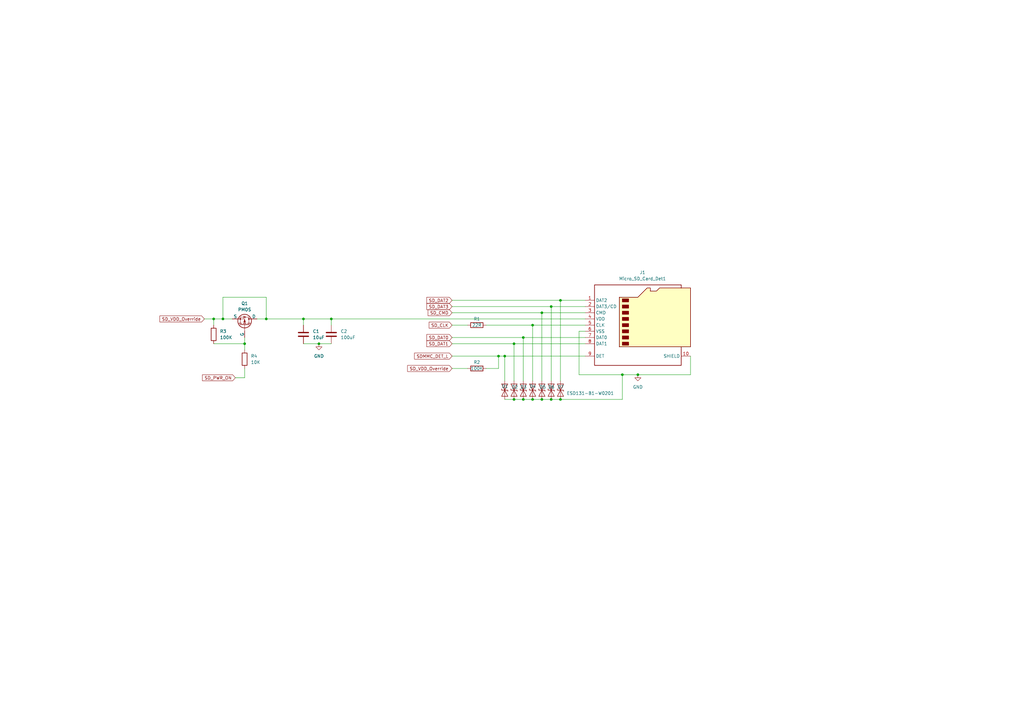
<source format=kicad_sch>
(kicad_sch (version 20250114) (generator "eeschema") (generator_version "9.0")
  (paper "A3")
  (lib_symbols
    (symbol "Connector:Micro_SD_Card_Det1"
      (property "Reference" "J" (at -16.51 17.78 0))
      (property "Value" "Micro_SD_Card_Det1" (at 16.51 17.78 0))
      (symbol "Micro_SD_Card_Det1_0_1"
        (polyline (pts (xy -8.89 -8.89) (xy -8.89 11.43) (xy -1.27 11.43) (xy 2.54 15.24) (xy 3.81 15.24) (xy 3.81 13.97) (xy 6.35 13.97) (xy 7.62 15.24) (xy 20.32 15.24) (xy 20.32 -8.89) (xy -8.89 -8.89)) (stroke (width 0.254)) (fill (type background)))
        (rectangle (start -7.62 10.795) (end -5.08 9.525) (stroke (width 0.254)) (fill (type outline)))
        (rectangle (start -7.62 8.255) (end -5.08 6.985) (stroke (width 0.254)) (fill (type outline)))
        (rectangle (start -7.62 5.715) (end -5.08 4.445) (stroke (width 0.254)) (fill (type outline)))
        (rectangle (start -7.62 3.175) (end -5.08 1.905) (stroke (width 0.254)) (fill (type outline)))
        (rectangle (start -7.62 0.635) (end -5.08 -0.635) (stroke (width 0.254)) (fill (type outline)))
        (rectangle (start -7.62 -1.905) (end -5.08 -3.175) (stroke (width 0.254)) (fill (type outline)))
        (rectangle (start -7.62 -4.445) (end -5.08 -5.715) (stroke (width 0.254)) (fill (type outline)))
        (rectangle (start -7.62 -6.985) (end -5.08 -8.255) (stroke (width 0.254)) (fill (type outline)))
        (polyline (pts (xy 16.51 15.24) (xy 16.51 16.51) (xy -19.05 16.51) (xy -19.05 -16.51) (xy 16.51 -16.51) (xy 16.51 -8.89)) (stroke (width 0.254)))
      )
      (symbol "Micro_SD_Card_Det1_1_1"
        (pin bidirectional line (at -22.86 10.16 0) (length 3.81) (name "DAT2") (number "1"))
        (pin bidirectional line (at -22.86 7.62 0) (length 3.81) (name "DAT3/CD") (number "2"))
        (pin input line (at -22.86 5.08 0) (length 3.81) (name "CMD") (number "3"))
        (pin power_in line (at -22.86 2.54 0) (length 3.81) (name "VDD") (number "4"))
        (pin input line (at -22.86 0 0) (length 3.81) (name "CLK") (number "5"))
        (pin power_in line (at -22.86 -2.54 0) (length 3.81) (name "VSS") (number "6"))
        (pin bidirectional line (at -22.86 -5.08 0) (length 3.81) (name "DAT0") (number "7"))
        (pin bidirectional line (at -22.86 -7.62 0) (length 3.81) (name "DAT1") (number "8"))
        (pin passive line (at -22.86 -12.7 0) (length 3.81) (name "DET") (number "9"))
        (pin passive line (at 20.32 -12.7 180) (length 3.81) (name "SHIELD") (number "10"))
      )
    )
    (symbol "Device:C" (pin_numbers (hide yes)) (pin_names (offset 0.254))
      (property "Reference" "C" (at 0.635 2.54 0))
      (property "Value" "C" (at 0.635 -2.54 0))
      (symbol "C_0_1"
        (polyline (pts (xy -2.032 0.762) (xy 2.032 0.762)) (stroke (width 0.508)))
        (polyline (pts (xy -2.032 -0.762) (xy 2.032 -0.762)) (stroke (width 0.508)))
      )
      (symbol "C_1_1"
        (pin passive line (at 0 3.81 270) (length 2.794) (name "~") (number "1"))
        (pin passive line (at 0 -3.81 90) (length 2.794) (name "~") (number "2"))
      )
    )
    (symbol "Device:R" (pin_numbers (hide yes)) (pin_names (offset 0))
      (property "Reference" "R" (at 2.032 0 90))
      (property "Value" "R" (at 0 0 90))
      (symbol "R_0_1"
        (rectangle (start -1.016 -2.54) (end 1.016 2.54) (stroke (width 0.254)))
      )
      (symbol "R_1_1"
        (pin passive line (at 0 3.81 270) (length 1.27) (name "~") (number "1"))
        (pin passive line (at 0 -3.81 90) (length 1.27) (name "~") (number "2"))
      )
    )
    (symbol "Diode:ESD131-B1-W0201" (pin_numbers (hide yes)) (pin_names (offset 1.016) (hide yes))
      (property "Reference" "D" (at 0 2.54 0))
      (property "Value" "ESD131-B1-W0201" (at 0 -2.54 0))
      (symbol "ESD131-B1-W0201_0_1"
        (polyline (pts (xy -2.54 -1.27) (xy 0 0) (xy -2.54 1.27) (xy -2.54 -1.27)) (stroke (width 0.2032)))
        (polyline (pts (xy 0.508 1.27) (xy 0 1.27) (xy 0 -1.27) (xy -0.508 -1.27)) (stroke (width 0.2032)))
        (polyline (pts (xy 1.27 0) (xy -1.27 0)))
        (polyline (pts (xy 2.54 1.27) (xy 2.54 -1.27) (xy 0 0) (xy 2.54 1.27)) (stroke (width 0.2032)))
      )
      (symbol "ESD131-B1-W0201_1_1"
        (pin passive line (at -3.81 0 0) (length 2.54) (name "A1") (number "1"))
        (pin passive line (at 3.81 0 180) (length 2.54) (name "A2") (number "2"))
      )
    )
    (symbol "Simulation_SPICE:PMOS" (pin_numbers (hide yes)) (pin_names (offset 0))
      (property "Reference" "Q" (at 5.08 1.27 0))
      (property "Value" "PMOS" (at 5.08 -1.27 0))
      (symbol "PMOS_0_1"
        (polyline (pts (xy 0.254 1.905) (xy 0.254 -1.905)) (stroke (width 0.254)))
        (polyline (pts (xy 0.254 0) (xy -2.54 0)))
        (polyline (pts (xy 0.762 2.286) (xy 0.762 1.27)) (stroke (width 0.254)))
        (polyline (pts (xy 0.762 1.778) (xy 3.302 1.778) (xy 3.302 -1.778) (xy 0.762 -1.778)))
        (polyline (pts (xy 0.762 0.508) (xy 0.762 -0.508)) (stroke (width 0.254)))
        (polyline (pts (xy 0.762 -1.27) (xy 0.762 -2.286)) (stroke (width 0.254)))
        (circle (center 1.651 0) (radius 2.794) (stroke (width 0.254)))
        (polyline (pts (xy 2.286 0) (xy 1.27 0.381) (xy 1.27 -0.381) (xy 2.286 0)) (fill (type outline)))
        (polyline (pts (xy 2.54 2.54) (xy 2.54 1.778)))
        (circle (center 2.54 1.778) (radius 0.254) (fill (type outline)))
        (circle (center 2.54 -1.778) (radius 0.254) (fill (type outline)))
        (polyline (pts (xy 2.54 -2.54) (xy 2.54 0) (xy 0.762 0)))
        (polyline (pts (xy 2.794 -0.508) (xy 2.921 -0.381) (xy 3.683 -0.381) (xy 3.81 -0.254)))
        (polyline (pts (xy 3.302 -0.381) (xy 2.921 0.254) (xy 3.683 0.254) (xy 3.302 -0.381)))
      )
      (symbol "PMOS_1_1"
        (pin input line (at -5.08 0 0) (length 2.54) (name "G") (number "2"))
        (pin passive line (at 2.54 5.08 270) (length 2.54) (name "D") (number "1"))
        (pin passive line (at 2.54 -5.08 90) (length 2.54) (name "S") (number "3"))
      )
    )
    (symbol "power:GND" (power) (pin_numbers (hide yes)) (pin_names (offset 0) (hide yes))
      (property "Value" "GND" (at 0 -3.81 0))
      (symbol "GND_0_1"
        (polyline (pts (xy 0 0) (xy 0 -1.27) (xy 1.27 -1.27) (xy 0 -2.54) (xy -1.27 -1.27) (xy 0 -1.27)))
      )
      (symbol "GND_1_1"
        (pin power_in line (at 0 0 270) (length 0) (name "~") (number "1"))
      )
    )
  )
  (junction (at 261.62 153.67))
  (junction (at 229.87 163.83))
  (junction (at 210.82 163.83))
  (junction (at 222.25 163.83))
  (junction (at 87.63 130.81))
  (junction (at 91.44 130.81))
  (junction (at 207.01 146.05))
  (junction (at 214.63 138.43))
  (junction (at 124.46 130.81))
  (junction (at 130.81 140.97))
  (junction (at 222.25 128.27))
  (junction (at 109.22 130.81))
  (junction (at 210.82 140.97))
  (junction (at 204.47 146.05))
  (junction (at 135.89 130.81))
  (junction (at 100.33 140.97))
  (junction (at 255.27 153.67))
  (junction (at 229.87 123.19))
  (junction (at 226.06 163.83))
  (junction (at 218.44 133.35))
  (junction (at 226.06 125.73))
  (junction (at 218.44 163.83))
  (junction (at 214.63 163.83))
  (wire (pts (xy 130.81 140.97) (xy 135.89 140.97)))
  (wire (pts (xy 199.39 151.13) (xy 204.47 151.13)))
  (wire (pts (xy 95.25 130.81) (xy 91.44 130.81)))
  (wire (pts (xy 185.42 146.05) (xy 204.47 146.05)))
  (wire (pts (xy 218.44 163.83) (xy 222.25 163.83)))
  (wire (pts (xy 87.63 130.81) (xy 87.63 133.35)))
  (wire (pts (xy 207.01 146.05) (xy 207.01 156.21)))
  (wire (pts (xy 222.25 128.27) (xy 240.03 128.27)))
  (wire (pts (xy 185.42 128.27) (xy 222.25 128.27)))
  (wire (pts (xy 255.27 153.67) (xy 261.62 153.67)))
  (wire (pts (xy 124.46 140.97) (xy 130.81 140.97)))
  (wire (pts (xy 214.63 138.43) (xy 214.63 156.21)))
  (wire (pts (xy 91.44 121.92) (xy 109.22 121.92)))
  (wire (pts (xy 185.42 125.73) (xy 226.06 125.73)))
  (wire (pts (xy 83.82 130.81) (xy 87.63 130.81)))
  (wire (pts (xy 109.22 130.81) (xy 124.46 130.81)))
  (wire (pts (xy 261.62 153.67) (xy 283.21 153.67)))
  (wire (pts (xy 100.33 140.97) (xy 100.33 143.51)))
  (wire (pts (xy 207.01 146.05) (xy 240.03 146.05)))
  (wire (pts (xy 229.87 163.83) (xy 255.27 163.83)))
  (wire (pts (xy 135.89 130.81) (xy 135.89 133.35)))
  (wire (pts (xy 255.27 163.83) (xy 255.27 153.67)))
  (wire (pts (xy 207.01 163.83) (xy 210.82 163.83)))
  (wire (pts (xy 185.42 151.13) (xy 191.77 151.13)))
  (wire (pts (xy 204.47 151.13) (xy 204.47 146.05)))
  (wire (pts (xy 87.63 140.97) (xy 100.33 140.97)))
  (wire (pts (xy 240.03 135.89) (xy 237.49 135.89)))
  (wire (pts (xy 226.06 125.73) (xy 226.06 156.21)))
  (wire (pts (xy 91.44 130.81) (xy 87.63 130.81)))
  (wire (pts (xy 214.63 163.83) (xy 218.44 163.83)))
  (wire (pts (xy 124.46 130.81) (xy 135.89 130.81)))
  (wire (pts (xy 100.33 140.97) (xy 100.33 138.43)))
  (wire (pts (xy 218.44 133.35) (xy 240.03 133.35)))
  (wire (pts (xy 91.44 130.81) (xy 91.44 121.92)))
  (wire (pts (xy 185.42 133.35) (xy 191.77 133.35)))
  (wire (pts (xy 105.41 130.81) (xy 109.22 130.81)))
  (wire (pts (xy 222.25 163.83) (xy 226.06 163.83)))
  (wire (pts (xy 229.87 123.19) (xy 229.87 156.21)))
  (wire (pts (xy 240.03 130.81) (xy 135.89 130.81)))
  (wire (pts (xy 185.42 140.97) (xy 210.82 140.97)))
  (wire (pts (xy 222.25 128.27) (xy 222.25 156.21)))
  (wire (pts (xy 210.82 140.97) (xy 210.82 156.21)))
  (wire (pts (xy 204.47 146.05) (xy 207.01 146.05)))
  (wire (pts (xy 96.52 154.94) (xy 100.33 154.94)))
  (wire (pts (xy 199.39 133.35) (xy 218.44 133.35)))
  (wire (pts (xy 226.06 163.83) (xy 229.87 163.83)))
  (wire (pts (xy 226.06 125.73) (xy 240.03 125.73)))
  (wire (pts (xy 109.22 121.92) (xy 109.22 130.81)))
  (wire (pts (xy 218.44 133.35) (xy 218.44 156.21)))
  (wire (pts (xy 210.82 163.83) (xy 214.63 163.83)))
  (wire (pts (xy 185.42 138.43) (xy 214.63 138.43)))
  (wire (pts (xy 210.82 140.97) (xy 240.03 140.97)))
  (wire (pts (xy 237.49 153.67) (xy 255.27 153.67)))
  (wire (pts (xy 124.46 133.35) (xy 124.46 130.81)))
  (wire (pts (xy 283.21 153.67) (xy 283.21 146.05)))
  (wire (pts (xy 237.49 135.89) (xy 237.49 153.67)))
  (wire (pts (xy 229.87 123.19) (xy 240.03 123.19)))
  (wire (pts (xy 100.33 154.94) (xy 100.33 151.13)))
  (wire (pts (xy 185.42 123.19) (xy 229.87 123.19)))
  (wire (pts (xy 214.63 138.43) (xy 240.03 138.43)))
  (global_label "SD_DAT1" (shape input) (at 185.42 140.97 180) (property "Intersheetrefs" "${INTERSHEET_REFS}" (effects (hide yes))))
  (global_label "SD_VDD_Override" (shape input) (at 185.42 151.13 180) (property "Intersheetrefs" "${INTERSHEET_REFS}" (effects (hide yes))))
  (global_label "SD_DAT3" (shape input) (at 185.42 125.73 180) (property "Intersheetrefs" "${INTERSHEET_REFS}" (effects (hide yes))))
  (global_label "SD_CMD" (shape input) (at 185.42 128.27 180) (property "Intersheetrefs" "${INTERSHEET_REFS}" (effects (hide yes))))
  (global_label "SD_VDD_Override" (shape input) (at 83.82 130.81 180) (property "Intersheetrefs" "${INTERSHEET_REFS}" (effects (hide yes))))
  (global_label "SD_CLK" (shape input) (at 185.42 133.35 180) (property "Intersheetrefs" "${INTERSHEET_REFS}" (effects (hide yes))))
  (global_label "SDMMC_DET_L" (shape input) (at 185.42 146.05 180) (property "Intersheetrefs" "${INTERSHEET_REFS}" (effects (hide yes))))
  (global_label "SD_DAT2" (shape input) (at 185.42 123.19 180) (property "Intersheetrefs" "${INTERSHEET_REFS}" (effects (hide yes))))
  (global_label "SD_PWR_ON" (shape input) (at 96.52 154.94 180) (property "Intersheetrefs" "${INTERSHEET_REFS}" (effects (hide yes))))
  (global_label "SD_DAT0" (shape input) (at 185.42 138.43 180) (property "Intersheetrefs" "${INTERSHEET_REFS}" (effects (hide yes))))
  (symbol (lib_id "Device:R") (at 87.63 137.16 0) (unit 1)
    (property "Reference" "R3" (at 90.17 135.8899 0) (effects (justify left)))
    (property "Value" "100K" (at 90.17 138.4299 0) (effects (justify left)))
    (property "Description" "Resistor" (effects (hide yes)))
  )
  (symbol (lib_id "Diode:ESD131-B1-W0201") (at 218.44 160.02 90) (unit 1)
    (property "Reference" "D4" (at 217.17 158.496 90) (effects (justify right)))
    (property "Value" "ESD131-B1-W0201" (effects (hide yes)))
    (property "Footprint" "Diode_SMD:Infineon_SG-WLL-2-3_0.58x0.28_P0.36mm" (effects (hide yes)))
    (property "Datasheet" "https://www.infineon.com/dgdl/Infineon-ESD131-B1-W0201-DataSheet-v02_00-EN.pdf?fileId=5546d4625cc9456a015ce94850964889" (effects (hide yes)))
    (property "Description" "Bidirectional ESD protection diode, ±5.5Vrwm, 0.23pF, SG-WLL-2-3" (effects (hide yes)))
  )
  (symbol (lib_id "Diode:ESD131-B1-W0201") (at 222.25 160.02 270) (unit 1)
    (property "Reference" "D5" (at 221.234 158.75 90) (effects (justify left)))
    (property "Value" "ESD131-B1-W0201" (effects (hide yes)))
    (property "Footprint" "Diode_SMD:Infineon_SG-WLL-2-3_0.58x0.28_P0.36mm" (effects (hide yes)))
    (property "Datasheet" "https://www.infineon.com/dgdl/Infineon-ESD131-B1-W0201-DataSheet-v02_00-EN.pdf?fileId=5546d4625cc9456a015ce94850964889" (effects (hide yes)))
    (property "Description" "Bidirectional ESD protection diode, ±5.5Vrwm, 0.23pF, SG-WLL-2-3" (effects (hide yes)))
  )
  (symbol (lib_id "Diode:ESD131-B1-W0201") (at 226.06 160.02 270) (unit 1)
    (property "Reference" "D6" (at 224.79 158.75 90) (effects (justify left)))
    (property "Value" "ESD131-B1-W0201" (effects (hide yes)))
    (property "Footprint" "Diode_SMD:Infineon_SG-WLL-2-3_0.58x0.28_P0.36mm" (effects (hide yes)))
    (property "Datasheet" "https://www.infineon.com/dgdl/Infineon-ESD131-B1-W0201-DataSheet-v02_00-EN.pdf?fileId=5546d4625cc9456a015ce94850964889" (effects (hide yes)))
    (property "Description" "Bidirectional ESD protection diode, ±5.5Vrwm, 0.23pF, SG-WLL-2-3" (effects (hide yes)))
  )
  (symbol (lib_id "Connector:Micro_SD_Card_Det1") (at 262.89 133.35 0) (unit 1)
    (property "Reference" "J1" (at 263.525 111.76 0))
    (property "Value" "Micro_SD_Card_Det1" (at 263.525 114.3 0))
    (property "Datasheet" "https://datasheet.lcsc.com/lcsc/2110151630_XKB-Connectivity-XKTF-015-N_C381082.pdf" (effects (hide yes)))
    (property "Description" "Micro SD Card Socket with one card detection pin" (effects (hide yes)))
  )
  (symbol (lib_id "power:GND") (at 261.62 153.67 0) (unit 1)
    (property "Reference" "#PWR01" (effects (hide yes)))
    (property "Value" "GND" (at 261.62 158.75 0))
    (property "Description" "Power symbol creates a global label with name \"GND\" , ground" (effects (hide yes)))
  )
  (symbol (lib_id "Device:R") (at 100.33 147.32 0) (unit 1)
    (property "Reference" "R4" (at 102.87 146.0499 0) (effects (justify left)))
    (property "Value" "10K" (at 102.87 148.5899 0) (effects (justify left)))
    (property "Description" "Resistor" (effects (hide yes)))
  )
  (symbol (lib_id "Diode:ESD131-B1-W0201") (at 229.87 160.02 90) (unit 1)
    (property "Reference" "D7" (at 228.6 158.75 90) (effects (justify right)))
    (property "Value" "ESD131-B1-W0201" (at 232.41 161.2899 90) (effects (justify right)))
    (property "Footprint" "Diode_SMD:Infineon_SG-WLL-2-3_0.58x0.28_P0.36mm" (effects (hide yes)))
    (property "Datasheet" "https://www.infineon.com/dgdl/Infineon-ESD131-B1-W0201-DataSheet-v02_00-EN.pdf?fileId=5546d4625cc9456a015ce94850964889" (effects (hide yes)))
    (property "Description" "Bidirectional ESD protection diode, ±5.5Vrwm, 0.23pF, SG-WLL-2-3" (effects (hide yes)))
  )
  (symbol (lib_id "Diode:ESD131-B1-W0201") (at 207.01 160.02 90) (unit 1)
    (property "Reference" "D1" (at 205.74 158.496 90) (effects (justify right)))
    (property "Value" "ESD131-B1-W0201" (effects (hide yes)))
    (property "Footprint" "Diode_SMD:Infineon_SG-WLL-2-3_0.58x0.28_P0.36mm" (effects (hide yes)))
    (property "Datasheet" "https://www.infineon.com/dgdl/Infineon-ESD131-B1-W0201-DataSheet-v02_00-EN.pdf?fileId=5546d4625cc9456a015ce94850964889" (effects (hide yes)))
    (property "Description" "Bidirectional ESD protection diode, ±5.5Vrwm, 0.23pF, SG-WLL-2-3" (effects (hide yes)))
  )
  (symbol (lib_id "Diode:ESD131-B1-W0201") (at 214.63 160.02 270) (unit 1)
    (property "Reference" "D3" (at 213.36 158.75 90) (effects (justify left)))
    (property "Value" "ESD131-B1-W0201" (effects (hide yes)))
    (property "Footprint" "Diode_SMD:Infineon_SG-WLL-2-3_0.58x0.28_P0.36mm" (effects (hide yes)))
    (property "Datasheet" "https://www.infineon.com/dgdl/Infineon-ESD131-B1-W0201-DataSheet-v02_00-EN.pdf?fileId=5546d4625cc9456a015ce94850964889" (effects (hide yes)))
    (property "Description" "Bidirectional ESD protection diode, ±5.5Vrwm, 0.23pF, SG-WLL-2-3" (effects (hide yes)))
  )
  (symbol (lib_id "power:GND") (at 130.81 140.97 0) (unit 1)
    (property "Reference" "#PWR02" (effects (hide yes)))
    (property "Value" "GND" (at 130.81 146.05 0))
    (property "Description" "Power symbol creates a global label with name \"GND\" , ground" (effects (hide yes)))
  )
  (symbol (lib_id "Simulation_SPICE:PMOS") (at 100.33 133.35 270) (mirror x) (unit 1)
    (property "Reference" "Q1" (at 100.33 124.46 90))
    (property "Value" "PMOS" (at 100.33 127 90))
    (property "Datasheet" "https://ngspice.sourceforge.io/docs/ngspice-html-manual/manual.xhtml#cha_MOSFETs" (effects (hide yes)))
    (property "Description" "P-MOSFET transistor, drain/source/gate" (effects (hide yes)))
    (property "Sim.Device" "PMOS" (effects (hide yes)))
    (property "Sim.Type" "VDMOS" (effects (hide yes)))
    (property "Sim.Pins" "1=D 2=G 3=S" (effects (hide yes)))
  )
  (symbol (lib_id "Device:C") (at 124.46 137.16 0) (unit 1)
    (property "Reference" "C1" (at 128.27 135.8899 0) (effects (justify left)))
    (property "Value" "10uF" (at 128.27 138.4299 0) (effects (justify left)))
    (property "Description" "Unpolarized capacitor" (effects (hide yes)))
  )
  (symbol (lib_id "Device:C") (at 135.89 137.16 0) (unit 1)
    (property "Reference" "C2" (at 139.7 135.8899 0) (effects (justify left)))
    (property "Value" "100uF" (at 139.7 138.4299 0) (effects (justify left)))
    (property "Description" "Unpolarized capacitor" (effects (hide yes)))
  )
  (symbol (lib_id "Device:R") (at 195.58 151.13 90) (unit 1)
    (property "Reference" "R2" (at 195.58 148.59 90))
    (property "Value" "100K" (at 195.58 151.13 90))
    (property "Description" "Resistor" (effects (hide yes)))
  )
  (symbol (lib_id "Device:R") (at 195.58 133.35 90) (unit 1)
    (property "Reference" "R1" (at 195.58 130.81 90))
    (property "Value" "22R" (at 195.58 133.35 90))
    (property "Description" "Resistor" (effects (hide yes)))
  )
  (symbol (lib_id "Diode:ESD131-B1-W0201") (at 210.82 160.02 270) (unit 1)
    (property "Reference" "D2" (at 209.804 158.75 90) (effects (justify left)))
    (property "Value" "ESD131-B1-W0201" (effects (hide yes)))
    (property "Footprint" "Diode_SMD:Infineon_SG-WLL-2-3_0.58x0.28_P0.36mm" (effects (hide yes)))
    (property "Datasheet" "https://www.infineon.com/dgdl/Infineon-ESD131-B1-W0201-DataSheet-v02_00-EN.pdf?fileId=5546d4625cc9456a015ce94850964889" (effects (hide yes)))
    (property "Description" "Bidirectional ESD protection diode, ±5.5Vrwm, 0.23pF, SG-WLL-2-3" (effects (hide yes)))
  )
)
</source>
